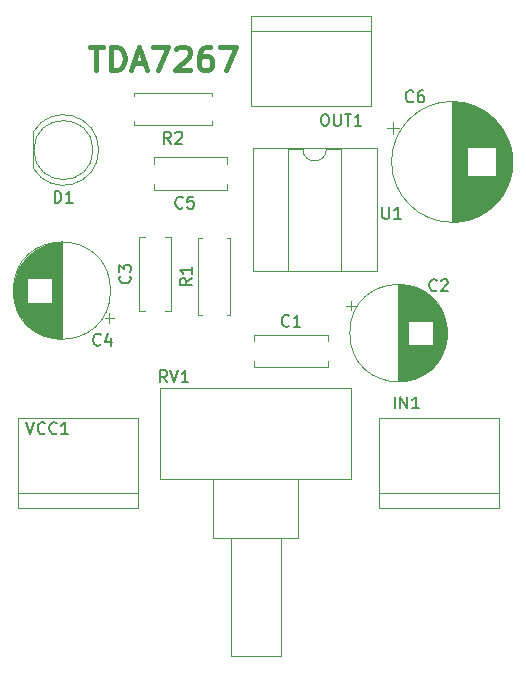
<source format=gbr>
%TF.GenerationSoftware,KiCad,Pcbnew,9.0.4*%
%TF.CreationDate,2025-08-28T09:55:45+02:00*%
%TF.ProjectId,TDA7267,54444137-3236-4372-9e6b-696361645f70,rev?*%
%TF.SameCoordinates,Original*%
%TF.FileFunction,Legend,Top*%
%TF.FilePolarity,Positive*%
%FSLAX46Y46*%
G04 Gerber Fmt 4.6, Leading zero omitted, Abs format (unit mm)*
G04 Created by KiCad (PCBNEW 9.0.4) date 2025-08-28 09:55:45*
%MOMM*%
%LPD*%
G01*
G04 APERTURE LIST*
%ADD10C,0.400000*%
%ADD11C,0.150000*%
%ADD12C,0.120000*%
G04 APERTURE END LIST*
D10*
X135953633Y-79734438D02*
X137096490Y-79734438D01*
X136525061Y-81734438D02*
X136525061Y-79734438D01*
X137763157Y-81734438D02*
X137763157Y-79734438D01*
X137763157Y-79734438D02*
X138239347Y-79734438D01*
X138239347Y-79734438D02*
X138525062Y-79829676D01*
X138525062Y-79829676D02*
X138715538Y-80020152D01*
X138715538Y-80020152D02*
X138810776Y-80210628D01*
X138810776Y-80210628D02*
X138906014Y-80591580D01*
X138906014Y-80591580D02*
X138906014Y-80877295D01*
X138906014Y-80877295D02*
X138810776Y-81258247D01*
X138810776Y-81258247D02*
X138715538Y-81448723D01*
X138715538Y-81448723D02*
X138525062Y-81639200D01*
X138525062Y-81639200D02*
X138239347Y-81734438D01*
X138239347Y-81734438D02*
X137763157Y-81734438D01*
X139667919Y-81163009D02*
X140620300Y-81163009D01*
X139477443Y-81734438D02*
X140144109Y-79734438D01*
X140144109Y-79734438D02*
X140810776Y-81734438D01*
X141286967Y-79734438D02*
X142620300Y-79734438D01*
X142620300Y-79734438D02*
X141763157Y-81734438D01*
X143286967Y-79924914D02*
X143382205Y-79829676D01*
X143382205Y-79829676D02*
X143572681Y-79734438D01*
X143572681Y-79734438D02*
X144048872Y-79734438D01*
X144048872Y-79734438D02*
X144239348Y-79829676D01*
X144239348Y-79829676D02*
X144334586Y-79924914D01*
X144334586Y-79924914D02*
X144429824Y-80115390D01*
X144429824Y-80115390D02*
X144429824Y-80305866D01*
X144429824Y-80305866D02*
X144334586Y-80591580D01*
X144334586Y-80591580D02*
X143191729Y-81734438D01*
X143191729Y-81734438D02*
X144429824Y-81734438D01*
X146144110Y-79734438D02*
X145763157Y-79734438D01*
X145763157Y-79734438D02*
X145572681Y-79829676D01*
X145572681Y-79829676D02*
X145477443Y-79924914D01*
X145477443Y-79924914D02*
X145286967Y-80210628D01*
X145286967Y-80210628D02*
X145191729Y-80591580D01*
X145191729Y-80591580D02*
X145191729Y-81353485D01*
X145191729Y-81353485D02*
X145286967Y-81543961D01*
X145286967Y-81543961D02*
X145382205Y-81639200D01*
X145382205Y-81639200D02*
X145572681Y-81734438D01*
X145572681Y-81734438D02*
X145953634Y-81734438D01*
X145953634Y-81734438D02*
X146144110Y-81639200D01*
X146144110Y-81639200D02*
X146239348Y-81543961D01*
X146239348Y-81543961D02*
X146334586Y-81353485D01*
X146334586Y-81353485D02*
X146334586Y-80877295D01*
X146334586Y-80877295D02*
X146239348Y-80686819D01*
X146239348Y-80686819D02*
X146144110Y-80591580D01*
X146144110Y-80591580D02*
X145953634Y-80496342D01*
X145953634Y-80496342D02*
X145572681Y-80496342D01*
X145572681Y-80496342D02*
X145382205Y-80591580D01*
X145382205Y-80591580D02*
X145286967Y-80686819D01*
X145286967Y-80686819D02*
X145191729Y-80877295D01*
X147001253Y-79734438D02*
X148334586Y-79734438D01*
X148334586Y-79734438D02*
X147477443Y-81734438D01*
D11*
X139359580Y-99166666D02*
X139407200Y-99214285D01*
X139407200Y-99214285D02*
X139454819Y-99357142D01*
X139454819Y-99357142D02*
X139454819Y-99452380D01*
X139454819Y-99452380D02*
X139407200Y-99595237D01*
X139407200Y-99595237D02*
X139311961Y-99690475D01*
X139311961Y-99690475D02*
X139216723Y-99738094D01*
X139216723Y-99738094D02*
X139026247Y-99785713D01*
X139026247Y-99785713D02*
X138883390Y-99785713D01*
X138883390Y-99785713D02*
X138692914Y-99738094D01*
X138692914Y-99738094D02*
X138597676Y-99690475D01*
X138597676Y-99690475D02*
X138502438Y-99595237D01*
X138502438Y-99595237D02*
X138454819Y-99452380D01*
X138454819Y-99452380D02*
X138454819Y-99357142D01*
X138454819Y-99357142D02*
X138502438Y-99214285D01*
X138502438Y-99214285D02*
X138550057Y-99166666D01*
X138454819Y-98833332D02*
X138454819Y-98214285D01*
X138454819Y-98214285D02*
X138835771Y-98547618D01*
X138835771Y-98547618D02*
X138835771Y-98404761D01*
X138835771Y-98404761D02*
X138883390Y-98309523D01*
X138883390Y-98309523D02*
X138931009Y-98261904D01*
X138931009Y-98261904D02*
X139026247Y-98214285D01*
X139026247Y-98214285D02*
X139264342Y-98214285D01*
X139264342Y-98214285D02*
X139359580Y-98261904D01*
X139359580Y-98261904D02*
X139407200Y-98309523D01*
X139407200Y-98309523D02*
X139454819Y-98404761D01*
X139454819Y-98404761D02*
X139454819Y-98690475D01*
X139454819Y-98690475D02*
X139407200Y-98785713D01*
X139407200Y-98785713D02*
X139359580Y-98833332D01*
X161790000Y-110374819D02*
X161790000Y-109374819D01*
X162266190Y-110374819D02*
X162266190Y-109374819D01*
X162266190Y-109374819D02*
X162837618Y-110374819D01*
X162837618Y-110374819D02*
X162837618Y-109374819D01*
X163837618Y-110374819D02*
X163266190Y-110374819D01*
X163551904Y-110374819D02*
X163551904Y-109374819D01*
X163551904Y-109374819D02*
X163456666Y-109517676D01*
X163456666Y-109517676D02*
X163361428Y-109612914D01*
X163361428Y-109612914D02*
X163266190Y-109660533D01*
X144584819Y-99356666D02*
X144108628Y-99689999D01*
X144584819Y-99928094D02*
X143584819Y-99928094D01*
X143584819Y-99928094D02*
X143584819Y-99547142D01*
X143584819Y-99547142D02*
X143632438Y-99451904D01*
X143632438Y-99451904D02*
X143680057Y-99404285D01*
X143680057Y-99404285D02*
X143775295Y-99356666D01*
X143775295Y-99356666D02*
X143918152Y-99356666D01*
X143918152Y-99356666D02*
X144013390Y-99404285D01*
X144013390Y-99404285D02*
X144061009Y-99451904D01*
X144061009Y-99451904D02*
X144108628Y-99547142D01*
X144108628Y-99547142D02*
X144108628Y-99928094D01*
X144584819Y-98404285D02*
X144584819Y-98975713D01*
X144584819Y-98689999D02*
X143584819Y-98689999D01*
X143584819Y-98689999D02*
X143727676Y-98785237D01*
X143727676Y-98785237D02*
X143822914Y-98880475D01*
X143822914Y-98880475D02*
X143870533Y-98975713D01*
X132991905Y-92954819D02*
X132991905Y-91954819D01*
X132991905Y-91954819D02*
X133230000Y-91954819D01*
X133230000Y-91954819D02*
X133372857Y-92002438D01*
X133372857Y-92002438D02*
X133468095Y-92097676D01*
X133468095Y-92097676D02*
X133515714Y-92192914D01*
X133515714Y-92192914D02*
X133563333Y-92383390D01*
X133563333Y-92383390D02*
X133563333Y-92526247D01*
X133563333Y-92526247D02*
X133515714Y-92716723D01*
X133515714Y-92716723D02*
X133468095Y-92811961D01*
X133468095Y-92811961D02*
X133372857Y-92907200D01*
X133372857Y-92907200D02*
X133230000Y-92954819D01*
X133230000Y-92954819D02*
X132991905Y-92954819D01*
X134515714Y-92954819D02*
X133944286Y-92954819D01*
X134230000Y-92954819D02*
X134230000Y-91954819D01*
X134230000Y-91954819D02*
X134134762Y-92097676D01*
X134134762Y-92097676D02*
X134039524Y-92192914D01*
X134039524Y-92192914D02*
X133944286Y-92240533D01*
X155773809Y-85454819D02*
X155964285Y-85454819D01*
X155964285Y-85454819D02*
X156059523Y-85502438D01*
X156059523Y-85502438D02*
X156154761Y-85597676D01*
X156154761Y-85597676D02*
X156202380Y-85788152D01*
X156202380Y-85788152D02*
X156202380Y-86121485D01*
X156202380Y-86121485D02*
X156154761Y-86311961D01*
X156154761Y-86311961D02*
X156059523Y-86407200D01*
X156059523Y-86407200D02*
X155964285Y-86454819D01*
X155964285Y-86454819D02*
X155773809Y-86454819D01*
X155773809Y-86454819D02*
X155678571Y-86407200D01*
X155678571Y-86407200D02*
X155583333Y-86311961D01*
X155583333Y-86311961D02*
X155535714Y-86121485D01*
X155535714Y-86121485D02*
X155535714Y-85788152D01*
X155535714Y-85788152D02*
X155583333Y-85597676D01*
X155583333Y-85597676D02*
X155678571Y-85502438D01*
X155678571Y-85502438D02*
X155773809Y-85454819D01*
X156630952Y-85454819D02*
X156630952Y-86264342D01*
X156630952Y-86264342D02*
X156678571Y-86359580D01*
X156678571Y-86359580D02*
X156726190Y-86407200D01*
X156726190Y-86407200D02*
X156821428Y-86454819D01*
X156821428Y-86454819D02*
X157011904Y-86454819D01*
X157011904Y-86454819D02*
X157107142Y-86407200D01*
X157107142Y-86407200D02*
X157154761Y-86359580D01*
X157154761Y-86359580D02*
X157202380Y-86264342D01*
X157202380Y-86264342D02*
X157202380Y-85454819D01*
X157535714Y-85454819D02*
X158107142Y-85454819D01*
X157821428Y-86454819D02*
X157821428Y-85454819D01*
X158964285Y-86454819D02*
X158392857Y-86454819D01*
X158678571Y-86454819D02*
X158678571Y-85454819D01*
X158678571Y-85454819D02*
X158583333Y-85597676D01*
X158583333Y-85597676D02*
X158488095Y-85692914D01*
X158488095Y-85692914D02*
X158392857Y-85740533D01*
X143833333Y-93359580D02*
X143785714Y-93407200D01*
X143785714Y-93407200D02*
X143642857Y-93454819D01*
X143642857Y-93454819D02*
X143547619Y-93454819D01*
X143547619Y-93454819D02*
X143404762Y-93407200D01*
X143404762Y-93407200D02*
X143309524Y-93311961D01*
X143309524Y-93311961D02*
X143261905Y-93216723D01*
X143261905Y-93216723D02*
X143214286Y-93026247D01*
X143214286Y-93026247D02*
X143214286Y-92883390D01*
X143214286Y-92883390D02*
X143261905Y-92692914D01*
X143261905Y-92692914D02*
X143309524Y-92597676D01*
X143309524Y-92597676D02*
X143404762Y-92502438D01*
X143404762Y-92502438D02*
X143547619Y-92454819D01*
X143547619Y-92454819D02*
X143642857Y-92454819D01*
X143642857Y-92454819D02*
X143785714Y-92502438D01*
X143785714Y-92502438D02*
X143833333Y-92550057D01*
X144738095Y-92454819D02*
X144261905Y-92454819D01*
X144261905Y-92454819D02*
X144214286Y-92931009D01*
X144214286Y-92931009D02*
X144261905Y-92883390D01*
X144261905Y-92883390D02*
X144357143Y-92835771D01*
X144357143Y-92835771D02*
X144595238Y-92835771D01*
X144595238Y-92835771D02*
X144690476Y-92883390D01*
X144690476Y-92883390D02*
X144738095Y-92931009D01*
X144738095Y-92931009D02*
X144785714Y-93026247D01*
X144785714Y-93026247D02*
X144785714Y-93264342D01*
X144785714Y-93264342D02*
X144738095Y-93359580D01*
X144738095Y-93359580D02*
X144690476Y-93407200D01*
X144690476Y-93407200D02*
X144595238Y-93454819D01*
X144595238Y-93454819D02*
X144357143Y-93454819D01*
X144357143Y-93454819D02*
X144261905Y-93407200D01*
X144261905Y-93407200D02*
X144214286Y-93359580D01*
X152833333Y-103359580D02*
X152785714Y-103407200D01*
X152785714Y-103407200D02*
X152642857Y-103454819D01*
X152642857Y-103454819D02*
X152547619Y-103454819D01*
X152547619Y-103454819D02*
X152404762Y-103407200D01*
X152404762Y-103407200D02*
X152309524Y-103311961D01*
X152309524Y-103311961D02*
X152261905Y-103216723D01*
X152261905Y-103216723D02*
X152214286Y-103026247D01*
X152214286Y-103026247D02*
X152214286Y-102883390D01*
X152214286Y-102883390D02*
X152261905Y-102692914D01*
X152261905Y-102692914D02*
X152309524Y-102597676D01*
X152309524Y-102597676D02*
X152404762Y-102502438D01*
X152404762Y-102502438D02*
X152547619Y-102454819D01*
X152547619Y-102454819D02*
X152642857Y-102454819D01*
X152642857Y-102454819D02*
X152785714Y-102502438D01*
X152785714Y-102502438D02*
X152833333Y-102550057D01*
X153785714Y-103454819D02*
X153214286Y-103454819D01*
X153500000Y-103454819D02*
X153500000Y-102454819D01*
X153500000Y-102454819D02*
X153404762Y-102597676D01*
X153404762Y-102597676D02*
X153309524Y-102692914D01*
X153309524Y-102692914D02*
X153214286Y-102740533D01*
X160738095Y-93324819D02*
X160738095Y-94134342D01*
X160738095Y-94134342D02*
X160785714Y-94229580D01*
X160785714Y-94229580D02*
X160833333Y-94277200D01*
X160833333Y-94277200D02*
X160928571Y-94324819D01*
X160928571Y-94324819D02*
X161119047Y-94324819D01*
X161119047Y-94324819D02*
X161214285Y-94277200D01*
X161214285Y-94277200D02*
X161261904Y-94229580D01*
X161261904Y-94229580D02*
X161309523Y-94134342D01*
X161309523Y-94134342D02*
X161309523Y-93324819D01*
X162309523Y-94324819D02*
X161738095Y-94324819D01*
X162023809Y-94324819D02*
X162023809Y-93324819D01*
X162023809Y-93324819D02*
X161928571Y-93467676D01*
X161928571Y-93467676D02*
X161833333Y-93562914D01*
X161833333Y-93562914D02*
X161738095Y-93610533D01*
X142833333Y-87954819D02*
X142500000Y-87478628D01*
X142261905Y-87954819D02*
X142261905Y-86954819D01*
X142261905Y-86954819D02*
X142642857Y-86954819D01*
X142642857Y-86954819D02*
X142738095Y-87002438D01*
X142738095Y-87002438D02*
X142785714Y-87050057D01*
X142785714Y-87050057D02*
X142833333Y-87145295D01*
X142833333Y-87145295D02*
X142833333Y-87288152D01*
X142833333Y-87288152D02*
X142785714Y-87383390D01*
X142785714Y-87383390D02*
X142738095Y-87431009D01*
X142738095Y-87431009D02*
X142642857Y-87478628D01*
X142642857Y-87478628D02*
X142261905Y-87478628D01*
X143214286Y-87050057D02*
X143261905Y-87002438D01*
X143261905Y-87002438D02*
X143357143Y-86954819D01*
X143357143Y-86954819D02*
X143595238Y-86954819D01*
X143595238Y-86954819D02*
X143690476Y-87002438D01*
X143690476Y-87002438D02*
X143738095Y-87050057D01*
X143738095Y-87050057D02*
X143785714Y-87145295D01*
X143785714Y-87145295D02*
X143785714Y-87240533D01*
X143785714Y-87240533D02*
X143738095Y-87383390D01*
X143738095Y-87383390D02*
X143166667Y-87954819D01*
X143166667Y-87954819D02*
X143785714Y-87954819D01*
X130590476Y-111554819D02*
X130923809Y-112554819D01*
X130923809Y-112554819D02*
X131257142Y-111554819D01*
X132161904Y-112459580D02*
X132114285Y-112507200D01*
X132114285Y-112507200D02*
X131971428Y-112554819D01*
X131971428Y-112554819D02*
X131876190Y-112554819D01*
X131876190Y-112554819D02*
X131733333Y-112507200D01*
X131733333Y-112507200D02*
X131638095Y-112411961D01*
X131638095Y-112411961D02*
X131590476Y-112316723D01*
X131590476Y-112316723D02*
X131542857Y-112126247D01*
X131542857Y-112126247D02*
X131542857Y-111983390D01*
X131542857Y-111983390D02*
X131590476Y-111792914D01*
X131590476Y-111792914D02*
X131638095Y-111697676D01*
X131638095Y-111697676D02*
X131733333Y-111602438D01*
X131733333Y-111602438D02*
X131876190Y-111554819D01*
X131876190Y-111554819D02*
X131971428Y-111554819D01*
X131971428Y-111554819D02*
X132114285Y-111602438D01*
X132114285Y-111602438D02*
X132161904Y-111650057D01*
X133161904Y-112459580D02*
X133114285Y-112507200D01*
X133114285Y-112507200D02*
X132971428Y-112554819D01*
X132971428Y-112554819D02*
X132876190Y-112554819D01*
X132876190Y-112554819D02*
X132733333Y-112507200D01*
X132733333Y-112507200D02*
X132638095Y-112411961D01*
X132638095Y-112411961D02*
X132590476Y-112316723D01*
X132590476Y-112316723D02*
X132542857Y-112126247D01*
X132542857Y-112126247D02*
X132542857Y-111983390D01*
X132542857Y-111983390D02*
X132590476Y-111792914D01*
X132590476Y-111792914D02*
X132638095Y-111697676D01*
X132638095Y-111697676D02*
X132733333Y-111602438D01*
X132733333Y-111602438D02*
X132876190Y-111554819D01*
X132876190Y-111554819D02*
X132971428Y-111554819D01*
X132971428Y-111554819D02*
X133114285Y-111602438D01*
X133114285Y-111602438D02*
X133161904Y-111650057D01*
X134114285Y-112554819D02*
X133542857Y-112554819D01*
X133828571Y-112554819D02*
X133828571Y-111554819D01*
X133828571Y-111554819D02*
X133733333Y-111697676D01*
X133733333Y-111697676D02*
X133638095Y-111792914D01*
X133638095Y-111792914D02*
X133542857Y-111840533D01*
X165333333Y-100359580D02*
X165285714Y-100407200D01*
X165285714Y-100407200D02*
X165142857Y-100454819D01*
X165142857Y-100454819D02*
X165047619Y-100454819D01*
X165047619Y-100454819D02*
X164904762Y-100407200D01*
X164904762Y-100407200D02*
X164809524Y-100311961D01*
X164809524Y-100311961D02*
X164761905Y-100216723D01*
X164761905Y-100216723D02*
X164714286Y-100026247D01*
X164714286Y-100026247D02*
X164714286Y-99883390D01*
X164714286Y-99883390D02*
X164761905Y-99692914D01*
X164761905Y-99692914D02*
X164809524Y-99597676D01*
X164809524Y-99597676D02*
X164904762Y-99502438D01*
X164904762Y-99502438D02*
X165047619Y-99454819D01*
X165047619Y-99454819D02*
X165142857Y-99454819D01*
X165142857Y-99454819D02*
X165285714Y-99502438D01*
X165285714Y-99502438D02*
X165333333Y-99550057D01*
X165714286Y-99550057D02*
X165761905Y-99502438D01*
X165761905Y-99502438D02*
X165857143Y-99454819D01*
X165857143Y-99454819D02*
X166095238Y-99454819D01*
X166095238Y-99454819D02*
X166190476Y-99502438D01*
X166190476Y-99502438D02*
X166238095Y-99550057D01*
X166238095Y-99550057D02*
X166285714Y-99645295D01*
X166285714Y-99645295D02*
X166285714Y-99740533D01*
X166285714Y-99740533D02*
X166238095Y-99883390D01*
X166238095Y-99883390D02*
X165666667Y-100454819D01*
X165666667Y-100454819D02*
X166285714Y-100454819D01*
X163333333Y-84359580D02*
X163285714Y-84407200D01*
X163285714Y-84407200D02*
X163142857Y-84454819D01*
X163142857Y-84454819D02*
X163047619Y-84454819D01*
X163047619Y-84454819D02*
X162904762Y-84407200D01*
X162904762Y-84407200D02*
X162809524Y-84311961D01*
X162809524Y-84311961D02*
X162761905Y-84216723D01*
X162761905Y-84216723D02*
X162714286Y-84026247D01*
X162714286Y-84026247D02*
X162714286Y-83883390D01*
X162714286Y-83883390D02*
X162761905Y-83692914D01*
X162761905Y-83692914D02*
X162809524Y-83597676D01*
X162809524Y-83597676D02*
X162904762Y-83502438D01*
X162904762Y-83502438D02*
X163047619Y-83454819D01*
X163047619Y-83454819D02*
X163142857Y-83454819D01*
X163142857Y-83454819D02*
X163285714Y-83502438D01*
X163285714Y-83502438D02*
X163333333Y-83550057D01*
X164190476Y-83454819D02*
X164000000Y-83454819D01*
X164000000Y-83454819D02*
X163904762Y-83502438D01*
X163904762Y-83502438D02*
X163857143Y-83550057D01*
X163857143Y-83550057D02*
X163761905Y-83692914D01*
X163761905Y-83692914D02*
X163714286Y-83883390D01*
X163714286Y-83883390D02*
X163714286Y-84264342D01*
X163714286Y-84264342D02*
X163761905Y-84359580D01*
X163761905Y-84359580D02*
X163809524Y-84407200D01*
X163809524Y-84407200D02*
X163904762Y-84454819D01*
X163904762Y-84454819D02*
X164095238Y-84454819D01*
X164095238Y-84454819D02*
X164190476Y-84407200D01*
X164190476Y-84407200D02*
X164238095Y-84359580D01*
X164238095Y-84359580D02*
X164285714Y-84264342D01*
X164285714Y-84264342D02*
X164285714Y-84026247D01*
X164285714Y-84026247D02*
X164238095Y-83931009D01*
X164238095Y-83931009D02*
X164190476Y-83883390D01*
X164190476Y-83883390D02*
X164095238Y-83835771D01*
X164095238Y-83835771D02*
X163904762Y-83835771D01*
X163904762Y-83835771D02*
X163809524Y-83883390D01*
X163809524Y-83883390D02*
X163761905Y-83931009D01*
X163761905Y-83931009D02*
X163714286Y-84026247D01*
X136883333Y-104959580D02*
X136835714Y-105007200D01*
X136835714Y-105007200D02*
X136692857Y-105054819D01*
X136692857Y-105054819D02*
X136597619Y-105054819D01*
X136597619Y-105054819D02*
X136454762Y-105007200D01*
X136454762Y-105007200D02*
X136359524Y-104911961D01*
X136359524Y-104911961D02*
X136311905Y-104816723D01*
X136311905Y-104816723D02*
X136264286Y-104626247D01*
X136264286Y-104626247D02*
X136264286Y-104483390D01*
X136264286Y-104483390D02*
X136311905Y-104292914D01*
X136311905Y-104292914D02*
X136359524Y-104197676D01*
X136359524Y-104197676D02*
X136454762Y-104102438D01*
X136454762Y-104102438D02*
X136597619Y-104054819D01*
X136597619Y-104054819D02*
X136692857Y-104054819D01*
X136692857Y-104054819D02*
X136835714Y-104102438D01*
X136835714Y-104102438D02*
X136883333Y-104150057D01*
X137740476Y-104388152D02*
X137740476Y-105054819D01*
X137502381Y-104007200D02*
X137264286Y-104721485D01*
X137264286Y-104721485D02*
X137883333Y-104721485D01*
X142504761Y-108154819D02*
X142171428Y-107678628D01*
X141933333Y-108154819D02*
X141933333Y-107154819D01*
X141933333Y-107154819D02*
X142314285Y-107154819D01*
X142314285Y-107154819D02*
X142409523Y-107202438D01*
X142409523Y-107202438D02*
X142457142Y-107250057D01*
X142457142Y-107250057D02*
X142504761Y-107345295D01*
X142504761Y-107345295D02*
X142504761Y-107488152D01*
X142504761Y-107488152D02*
X142457142Y-107583390D01*
X142457142Y-107583390D02*
X142409523Y-107631009D01*
X142409523Y-107631009D02*
X142314285Y-107678628D01*
X142314285Y-107678628D02*
X141933333Y-107678628D01*
X142790476Y-107154819D02*
X143123809Y-108154819D01*
X143123809Y-108154819D02*
X143457142Y-107154819D01*
X144314285Y-108154819D02*
X143742857Y-108154819D01*
X144028571Y-108154819D02*
X144028571Y-107154819D01*
X144028571Y-107154819D02*
X143933333Y-107297676D01*
X143933333Y-107297676D02*
X143838095Y-107392914D01*
X143838095Y-107392914D02*
X143742857Y-107440533D01*
D12*
%TO.C,C3*%
X140130000Y-95880000D02*
X140665000Y-95880000D01*
X140130000Y-102120000D02*
X140130000Y-95880000D01*
X140665000Y-102120000D02*
X140130000Y-102120000D01*
X142335000Y-95880000D02*
X142870000Y-95880000D01*
X142870000Y-95880000D02*
X142870000Y-102120000D01*
X142870000Y-102120000D02*
X142335000Y-102120000D01*
%TO.C,IN1*%
X160420000Y-111190000D02*
X160420000Y-118810000D01*
X160420000Y-118810000D02*
X170580000Y-118810000D01*
X170580000Y-111190000D02*
X160420000Y-111190000D01*
X170580000Y-117540000D02*
X160420000Y-117540000D01*
X170580000Y-118810000D02*
X170580000Y-111190000D01*
%TO.C,R1*%
X145130000Y-95920000D02*
X145460000Y-95920000D01*
X145130000Y-102460000D02*
X145130000Y-95920000D01*
X145460000Y-102460000D02*
X145130000Y-102460000D01*
X147540000Y-102460000D02*
X147870000Y-102460000D01*
X147870000Y-95920000D02*
X147540000Y-95920000D01*
X147870000Y-102460000D02*
X147870000Y-95920000D01*
%TO.C,D1*%
X131170000Y-86955000D02*
X131170000Y-90045000D01*
X131170000Y-86955170D02*
G75*
G02*
X136720000Y-88500000I2560000J-1544830D01*
G01*
X136720000Y-88500000D02*
G75*
G02*
X131170000Y-90044830I-2990000J0D01*
G01*
X136230000Y-88500000D02*
G75*
G02*
X131230000Y-88500000I-2500000J0D01*
G01*
X131230000Y-88500000D02*
G75*
G02*
X136230000Y-88500000I2500000J0D01*
G01*
%TO.C,OUT1*%
X149570000Y-77190000D02*
X149570000Y-84810000D01*
X149570000Y-78460000D02*
X159730000Y-78460000D01*
X149570000Y-84810000D02*
X159730000Y-84810000D01*
X159730000Y-77190000D02*
X149570000Y-77190000D01*
X159730000Y-84810000D02*
X159730000Y-77190000D01*
%TO.C,C5*%
X141380000Y-89130000D02*
X147620000Y-89130000D01*
X141380000Y-89665000D02*
X141380000Y-89130000D01*
X141380000Y-91870000D02*
X141380000Y-91335000D01*
X147620000Y-89130000D02*
X147620000Y-89665000D01*
X147620000Y-91335000D02*
X147620000Y-91870000D01*
X147620000Y-91870000D02*
X141380000Y-91870000D01*
%TO.C,C1*%
X149880000Y-104130000D02*
X156120000Y-104130000D01*
X149880000Y-104665000D02*
X149880000Y-104130000D01*
X149880000Y-106870000D02*
X149880000Y-106335000D01*
X156120000Y-104130000D02*
X156120000Y-104665000D01*
X156120000Y-106335000D02*
X156120000Y-106870000D01*
X156120000Y-106870000D02*
X149880000Y-106870000D01*
%TO.C,U1*%
X152750000Y-88420000D02*
X152750000Y-98700000D01*
X152750000Y-98700000D02*
X157250000Y-98700000D01*
X154000000Y-88420000D02*
X152750000Y-88420000D01*
X157250000Y-88420000D02*
X156000000Y-88420000D01*
X157250000Y-98700000D02*
X157250000Y-88420000D01*
X149750000Y-88360000D02*
X160250000Y-88360000D01*
X160250000Y-98760000D01*
X149750000Y-98760000D01*
X149750000Y-88360000D01*
X156000000Y-88420000D02*
G75*
G02*
X154000000Y-88420000I-1000000J0D01*
G01*
%TO.C,R2*%
X139730000Y-83630000D02*
X146270000Y-83630000D01*
X139730000Y-83960000D02*
X139730000Y-83630000D01*
X139730000Y-86040000D02*
X139730000Y-86370000D01*
X139730000Y-86370000D02*
X146270000Y-86370000D01*
X146270000Y-83630000D02*
X146270000Y-83960000D01*
X146270000Y-86370000D02*
X146270000Y-86040000D01*
%TO.C,VCC1*%
X129880000Y-111190000D02*
X129880000Y-118810000D01*
X129880000Y-118810000D02*
X140040000Y-118810000D01*
X140040000Y-111190000D02*
X129880000Y-111190000D01*
X140040000Y-117540000D02*
X129880000Y-117540000D01*
X140040000Y-118810000D02*
X140040000Y-111190000D01*
%TO.C,C2*%
X157687651Y-101685000D02*
X158487651Y-101685000D01*
X158087651Y-101285000D02*
X158087651Y-102085000D01*
X162097349Y-99920000D02*
X162097349Y-108080000D01*
X162137349Y-99920000D02*
X162137349Y-108080000D01*
X162177349Y-99921000D02*
X162177349Y-108079000D01*
X162217349Y-99922000D02*
X162217349Y-108078000D01*
X162257349Y-99923000D02*
X162257349Y-108077000D01*
X162297349Y-99925000D02*
X162297349Y-108075000D01*
X162337349Y-99927000D02*
X162337349Y-108073000D01*
X162377349Y-99930000D02*
X162377349Y-108070000D01*
X162417349Y-99932000D02*
X162417349Y-108068000D01*
X162457349Y-99936000D02*
X162457349Y-108064000D01*
X162497349Y-99939000D02*
X162497349Y-108061000D01*
X162537349Y-99944000D02*
X162537349Y-108056000D01*
X162577349Y-99948000D02*
X162577349Y-108052000D01*
X162617349Y-99953000D02*
X162617349Y-108047000D01*
X162657349Y-99958000D02*
X162657349Y-108042000D01*
X162697349Y-99964000D02*
X162697349Y-108036000D01*
X162737349Y-99970000D02*
X162737349Y-108030000D01*
X162777349Y-99977000D02*
X162777349Y-108023000D01*
X162817349Y-99983000D02*
X162817349Y-108017000D01*
X162857349Y-99991000D02*
X162857349Y-108009000D01*
X162897349Y-99998000D02*
X162897349Y-108002000D01*
X162937349Y-100007000D02*
X162937349Y-107993000D01*
X162977349Y-100015000D02*
X162977349Y-102960000D01*
X162977349Y-105040000D02*
X162977349Y-107985000D01*
X163017349Y-100024000D02*
X163017349Y-102960000D01*
X163017349Y-105040000D02*
X163017349Y-107976000D01*
X163057349Y-100033000D02*
X163057349Y-102960000D01*
X163057349Y-105040000D02*
X163057349Y-107967000D01*
X163097349Y-100043000D02*
X163097349Y-102960000D01*
X163097349Y-105040000D02*
X163097349Y-107957000D01*
X163137349Y-100053000D02*
X163137349Y-102960000D01*
X163137349Y-105040000D02*
X163137349Y-107947000D01*
X163177349Y-100064000D02*
X163177349Y-102960000D01*
X163177349Y-105040000D02*
X163177349Y-107936000D01*
X163217349Y-100075000D02*
X163217349Y-102960000D01*
X163217349Y-105040000D02*
X163217349Y-107925000D01*
X163257349Y-100087000D02*
X163257349Y-102960000D01*
X163257349Y-105040000D02*
X163257349Y-107913000D01*
X163297349Y-100099000D02*
X163297349Y-102960000D01*
X163297349Y-105040000D02*
X163297349Y-107901000D01*
X163337349Y-100111000D02*
X163337349Y-102960000D01*
X163337349Y-105040000D02*
X163337349Y-107889000D01*
X163377349Y-100124000D02*
X163377349Y-102960000D01*
X163377349Y-105040000D02*
X163377349Y-107876000D01*
X163417349Y-100137000D02*
X163417349Y-102960000D01*
X163417349Y-105040000D02*
X163417349Y-107863000D01*
X163457349Y-100151000D02*
X163457349Y-102960000D01*
X163457349Y-105040000D02*
X163457349Y-107849000D01*
X163497349Y-100165000D02*
X163497349Y-102960000D01*
X163497349Y-105040000D02*
X163497349Y-107835000D01*
X163537349Y-100180000D02*
X163537349Y-102960000D01*
X163537349Y-105040000D02*
X163537349Y-107820000D01*
X163577349Y-100195000D02*
X163577349Y-102960000D01*
X163577349Y-105040000D02*
X163577349Y-107805000D01*
X163617349Y-100211000D02*
X163617349Y-102960000D01*
X163617349Y-105040000D02*
X163617349Y-107789000D01*
X163657349Y-100227000D02*
X163657349Y-102960000D01*
X163657349Y-105040000D02*
X163657349Y-107773000D01*
X163697349Y-100243000D02*
X163697349Y-102960000D01*
X163697349Y-105040000D02*
X163697349Y-107757000D01*
X163737349Y-100260000D02*
X163737349Y-102960000D01*
X163737349Y-105040000D02*
X163737349Y-107740000D01*
X163777349Y-100278000D02*
X163777349Y-102960000D01*
X163777349Y-105040000D02*
X163777349Y-107722000D01*
X163817349Y-100296000D02*
X163817349Y-102960000D01*
X163817349Y-105040000D02*
X163817349Y-107704000D01*
X163857349Y-100315000D02*
X163857349Y-102960000D01*
X163857349Y-105040000D02*
X163857349Y-107685000D01*
X163897349Y-100334000D02*
X163897349Y-102960000D01*
X163897349Y-105040000D02*
X163897349Y-107666000D01*
X163937349Y-100354000D02*
X163937349Y-102960000D01*
X163937349Y-105040000D02*
X163937349Y-107646000D01*
X163977349Y-100374000D02*
X163977349Y-102960000D01*
X163977349Y-105040000D02*
X163977349Y-107626000D01*
X164017349Y-100395000D02*
X164017349Y-102960000D01*
X164017349Y-105040000D02*
X164017349Y-107605000D01*
X164057349Y-100416000D02*
X164057349Y-102960000D01*
X164057349Y-105040000D02*
X164057349Y-107584000D01*
X164097349Y-100438000D02*
X164097349Y-102960000D01*
X164097349Y-105040000D02*
X164097349Y-107562000D01*
X164137349Y-100461000D02*
X164137349Y-102960000D01*
X164137349Y-105040000D02*
X164137349Y-107539000D01*
X164177349Y-100484000D02*
X164177349Y-102960000D01*
X164177349Y-105040000D02*
X164177349Y-107516000D01*
X164217349Y-100507000D02*
X164217349Y-102960000D01*
X164217349Y-105040000D02*
X164217349Y-107493000D01*
X164257349Y-100532000D02*
X164257349Y-102960000D01*
X164257349Y-105040000D02*
X164257349Y-107468000D01*
X164297349Y-100557000D02*
X164297349Y-102960000D01*
X164297349Y-105040000D02*
X164297349Y-107443000D01*
X164337349Y-100582000D02*
X164337349Y-102960000D01*
X164337349Y-105040000D02*
X164337349Y-107418000D01*
X164377349Y-100608000D02*
X164377349Y-102960000D01*
X164377349Y-105040000D02*
X164377349Y-107392000D01*
X164417349Y-100635000D02*
X164417349Y-102960000D01*
X164417349Y-105040000D02*
X164417349Y-107365000D01*
X164457349Y-100663000D02*
X164457349Y-102960000D01*
X164457349Y-105040000D02*
X164457349Y-107337000D01*
X164497349Y-100691000D02*
X164497349Y-102960000D01*
X164497349Y-105040000D02*
X164497349Y-107309000D01*
X164537349Y-100720000D02*
X164537349Y-102960000D01*
X164537349Y-105040000D02*
X164537349Y-107280000D01*
X164577349Y-100750000D02*
X164577349Y-102960000D01*
X164577349Y-105040000D02*
X164577349Y-107250000D01*
X164617349Y-100781000D02*
X164617349Y-102960000D01*
X164617349Y-105040000D02*
X164617349Y-107219000D01*
X164657349Y-100812000D02*
X164657349Y-102960000D01*
X164657349Y-105040000D02*
X164657349Y-107188000D01*
X164697349Y-100844000D02*
X164697349Y-102960000D01*
X164697349Y-105040000D02*
X164697349Y-107156000D01*
X164737349Y-100877000D02*
X164737349Y-102960000D01*
X164737349Y-105040000D02*
X164737349Y-107123000D01*
X164777349Y-100911000D02*
X164777349Y-102960000D01*
X164777349Y-105040000D02*
X164777349Y-107089000D01*
X164817349Y-100945000D02*
X164817349Y-102960000D01*
X164817349Y-105040000D02*
X164817349Y-107055000D01*
X164857349Y-100981000D02*
X164857349Y-102960000D01*
X164857349Y-105040000D02*
X164857349Y-107019000D01*
X164897349Y-101018000D02*
X164897349Y-102960000D01*
X164897349Y-105040000D02*
X164897349Y-106982000D01*
X164937349Y-101055000D02*
X164937349Y-102960000D01*
X164937349Y-105040000D02*
X164937349Y-106945000D01*
X164977349Y-101094000D02*
X164977349Y-102960000D01*
X164977349Y-105040000D02*
X164977349Y-106906000D01*
X165017349Y-101133000D02*
X165017349Y-102960000D01*
X165017349Y-105040000D02*
X165017349Y-106867000D01*
X165057349Y-101174000D02*
X165057349Y-106826000D01*
X165097349Y-101216000D02*
X165097349Y-106784000D01*
X165137349Y-101259000D02*
X165137349Y-106741000D01*
X165177349Y-101304000D02*
X165177349Y-106696000D01*
X165217349Y-101349000D02*
X165217349Y-106651000D01*
X165257349Y-101396000D02*
X165257349Y-106604000D01*
X165297349Y-101445000D02*
X165297349Y-106555000D01*
X165337349Y-101495000D02*
X165337349Y-106505000D01*
X165377349Y-101547000D02*
X165377349Y-106453000D01*
X165417349Y-101600000D02*
X165417349Y-106400000D01*
X165457349Y-101656000D02*
X165457349Y-106344000D01*
X165497349Y-101713000D02*
X165497349Y-106287000D01*
X165537349Y-101773000D02*
X165537349Y-106227000D01*
X165577349Y-101835000D02*
X165577349Y-106165000D01*
X165617349Y-101899000D02*
X165617349Y-106101000D01*
X165657349Y-101966000D02*
X165657349Y-106034000D01*
X165697349Y-102036000D02*
X165697349Y-105964000D01*
X165737349Y-102110000D02*
X165737349Y-105890000D01*
X165777349Y-102187000D02*
X165777349Y-105813000D01*
X165817349Y-102269000D02*
X165817349Y-105731000D01*
X165857349Y-102356000D02*
X165857349Y-105644000D01*
X165897349Y-102448000D02*
X165897349Y-105552000D01*
X165937349Y-102547000D02*
X165937349Y-105453000D01*
X165977349Y-102654000D02*
X165977349Y-105346000D01*
X166017349Y-102772000D02*
X166017349Y-105228000D01*
X166057349Y-102903000D02*
X166057349Y-105097000D01*
X166097349Y-103053000D02*
X166097349Y-104947000D01*
X166137349Y-103232000D02*
X166137349Y-104768000D01*
X166177349Y-103467000D02*
X166177349Y-104533000D01*
X166217349Y-104000000D02*
G75*
G02*
X157977349Y-104000000I-4120000J0D01*
G01*
X157977349Y-104000000D02*
G75*
G02*
X166217349Y-104000000I4120000J0D01*
G01*
%TO.C,C6*%
X161152677Y-86625000D02*
X162152677Y-86625000D01*
X161652677Y-86125000D02*
X161652677Y-87125000D01*
X166632323Y-84420000D02*
X166632323Y-94580000D01*
X166672323Y-84420000D02*
X166672323Y-94580000D01*
X166712323Y-84421000D02*
X166712323Y-94579000D01*
X166752323Y-84421000D02*
X166752323Y-94579000D01*
X166792323Y-84423000D02*
X166792323Y-94577000D01*
X166832323Y-84424000D02*
X166832323Y-94576000D01*
X166872323Y-84426000D02*
X166872323Y-94574000D01*
X166912323Y-84428000D02*
X166912323Y-94572000D01*
X166952323Y-84430000D02*
X166952323Y-94570000D01*
X166992323Y-84433000D02*
X166992323Y-94567000D01*
X167032323Y-84436000D02*
X167032323Y-94564000D01*
X167072323Y-84439000D02*
X167072323Y-94561000D01*
X167112323Y-84443000D02*
X167112323Y-94557000D01*
X167152323Y-84446000D02*
X167152323Y-94554000D01*
X167192323Y-84451000D02*
X167192323Y-94549000D01*
X167232323Y-84455000D02*
X167232323Y-94545000D01*
X167272323Y-84460000D02*
X167272323Y-94540000D01*
X167312323Y-84465000D02*
X167312323Y-94535000D01*
X167352323Y-84471000D02*
X167352323Y-94529000D01*
X167392323Y-84477000D02*
X167392323Y-94523000D01*
X167432323Y-84483000D02*
X167432323Y-94517000D01*
X167472323Y-84489000D02*
X167472323Y-94511000D01*
X167512323Y-84496000D02*
X167512323Y-94504000D01*
X167552323Y-84503000D02*
X167552323Y-94497000D01*
X167592323Y-84511000D02*
X167592323Y-94489000D01*
X167632323Y-84519000D02*
X167632323Y-94481000D01*
X167672323Y-84527000D02*
X167672323Y-94473000D01*
X167712323Y-84535000D02*
X167712323Y-94465000D01*
X167752323Y-84544000D02*
X167752323Y-94456000D01*
X167792323Y-84553000D02*
X167792323Y-94447000D01*
X167832323Y-84563000D02*
X167832323Y-94437000D01*
X167872323Y-84572000D02*
X167872323Y-94428000D01*
X167912323Y-84583000D02*
X167912323Y-88260000D01*
X167912323Y-90740000D02*
X167912323Y-94417000D01*
X167952323Y-84593000D02*
X167952323Y-88260000D01*
X167952323Y-90740000D02*
X167952323Y-94407000D01*
X167992323Y-84604000D02*
X167992323Y-88260000D01*
X167992323Y-90740000D02*
X167992323Y-94396000D01*
X168032323Y-84615000D02*
X168032323Y-88260000D01*
X168032323Y-90740000D02*
X168032323Y-94385000D01*
X168072323Y-84627000D02*
X168072323Y-88260000D01*
X168072323Y-90740000D02*
X168072323Y-94373000D01*
X168112323Y-84639000D02*
X168112323Y-88260000D01*
X168112323Y-90740000D02*
X168112323Y-94361000D01*
X168152323Y-84651000D02*
X168152323Y-88260000D01*
X168152323Y-90740000D02*
X168152323Y-94349000D01*
X168192323Y-84663000D02*
X168192323Y-88260000D01*
X168192323Y-90740000D02*
X168192323Y-94337000D01*
X168232323Y-84676000D02*
X168232323Y-88260000D01*
X168232323Y-90740000D02*
X168232323Y-94324000D01*
X168272323Y-84690000D02*
X168272323Y-88260000D01*
X168272323Y-90740000D02*
X168272323Y-94310000D01*
X168312323Y-84703000D02*
X168312323Y-88260000D01*
X168312323Y-90740000D02*
X168312323Y-94297000D01*
X168352323Y-84718000D02*
X168352323Y-88260000D01*
X168352323Y-90740000D02*
X168352323Y-94282000D01*
X168392323Y-84732000D02*
X168392323Y-88260000D01*
X168392323Y-90740000D02*
X168392323Y-94268000D01*
X168432323Y-84747000D02*
X168432323Y-88260000D01*
X168432323Y-90740000D02*
X168432323Y-94253000D01*
X168472323Y-84762000D02*
X168472323Y-88260000D01*
X168472323Y-90740000D02*
X168472323Y-94238000D01*
X168512323Y-84778000D02*
X168512323Y-88260000D01*
X168512323Y-90740000D02*
X168512323Y-94222000D01*
X168552323Y-84794000D02*
X168552323Y-88260000D01*
X168552323Y-90740000D02*
X168552323Y-94206000D01*
X168592323Y-84810000D02*
X168592323Y-88260000D01*
X168592323Y-90740000D02*
X168592323Y-94190000D01*
X168632323Y-84827000D02*
X168632323Y-88260000D01*
X168632323Y-90740000D02*
X168632323Y-94173000D01*
X168672323Y-84844000D02*
X168672323Y-88260000D01*
X168672323Y-90740000D02*
X168672323Y-94156000D01*
X168712323Y-84862000D02*
X168712323Y-88260000D01*
X168712323Y-90740000D02*
X168712323Y-94138000D01*
X168752323Y-84880000D02*
X168752323Y-88260000D01*
X168752323Y-90740000D02*
X168752323Y-94120000D01*
X168792323Y-84898000D02*
X168792323Y-88260000D01*
X168792323Y-90740000D02*
X168792323Y-94102000D01*
X168832323Y-84917000D02*
X168832323Y-88260000D01*
X168832323Y-90740000D02*
X168832323Y-94083000D01*
X168872323Y-84936000D02*
X168872323Y-88260000D01*
X168872323Y-90740000D02*
X168872323Y-94064000D01*
X168912323Y-84956000D02*
X168912323Y-88260000D01*
X168912323Y-90740000D02*
X168912323Y-94044000D01*
X168952323Y-84976000D02*
X168952323Y-88260000D01*
X168952323Y-90740000D02*
X168952323Y-94024000D01*
X168992323Y-84996000D02*
X168992323Y-88260000D01*
X168992323Y-90740000D02*
X168992323Y-94004000D01*
X169032323Y-85017000D02*
X169032323Y-88260000D01*
X169032323Y-90740000D02*
X169032323Y-93983000D01*
X169072323Y-85039000D02*
X169072323Y-88260000D01*
X169072323Y-90740000D02*
X169072323Y-93961000D01*
X169112323Y-85061000D02*
X169112323Y-88260000D01*
X169112323Y-90740000D02*
X169112323Y-93939000D01*
X169152323Y-85083000D02*
X169152323Y-88260000D01*
X169152323Y-90740000D02*
X169152323Y-93917000D01*
X169192323Y-85106000D02*
X169192323Y-88260000D01*
X169192323Y-90740000D02*
X169192323Y-93894000D01*
X169232323Y-85129000D02*
X169232323Y-88260000D01*
X169232323Y-90740000D02*
X169232323Y-93871000D01*
X169272323Y-85153000D02*
X169272323Y-88260000D01*
X169272323Y-90740000D02*
X169272323Y-93847000D01*
X169312323Y-85177000D02*
X169312323Y-88260000D01*
X169312323Y-90740000D02*
X169312323Y-93823000D01*
X169352323Y-85202000D02*
X169352323Y-88260000D01*
X169352323Y-90740000D02*
X169352323Y-93798000D01*
X169392323Y-85228000D02*
X169392323Y-88260000D01*
X169392323Y-90740000D02*
X169392323Y-93772000D01*
X169432323Y-85253000D02*
X169432323Y-88260000D01*
X169432323Y-90740000D02*
X169432323Y-93747000D01*
X169472323Y-85280000D02*
X169472323Y-88260000D01*
X169472323Y-90740000D02*
X169472323Y-93720000D01*
X169512323Y-85307000D02*
X169512323Y-88260000D01*
X169512323Y-90740000D02*
X169512323Y-93693000D01*
X169552323Y-85334000D02*
X169552323Y-88260000D01*
X169552323Y-90740000D02*
X169552323Y-93666000D01*
X169592323Y-85362000D02*
X169592323Y-88260000D01*
X169592323Y-90740000D02*
X169592323Y-93638000D01*
X169632323Y-85391000D02*
X169632323Y-88260000D01*
X169632323Y-90740000D02*
X169632323Y-93609000D01*
X169672323Y-85420000D02*
X169672323Y-88260000D01*
X169672323Y-90740000D02*
X169672323Y-93580000D01*
X169712323Y-85450000D02*
X169712323Y-88260000D01*
X169712323Y-90740000D02*
X169712323Y-93550000D01*
X169752323Y-85480000D02*
X169752323Y-88260000D01*
X169752323Y-90740000D02*
X169752323Y-93520000D01*
X169792323Y-85512000D02*
X169792323Y-88260000D01*
X169792323Y-90740000D02*
X169792323Y-93488000D01*
X169832323Y-85543000D02*
X169832323Y-88260000D01*
X169832323Y-90740000D02*
X169832323Y-93457000D01*
X169872323Y-85576000D02*
X169872323Y-88260000D01*
X169872323Y-90740000D02*
X169872323Y-93424000D01*
X169912323Y-85609000D02*
X169912323Y-88260000D01*
X169912323Y-90740000D02*
X169912323Y-93391000D01*
X169952323Y-85642000D02*
X169952323Y-88260000D01*
X169952323Y-90740000D02*
X169952323Y-93358000D01*
X169992323Y-85677000D02*
X169992323Y-88260000D01*
X169992323Y-90740000D02*
X169992323Y-93323000D01*
X170032323Y-85712000D02*
X170032323Y-88260000D01*
X170032323Y-90740000D02*
X170032323Y-93288000D01*
X170072323Y-85748000D02*
X170072323Y-88260000D01*
X170072323Y-90740000D02*
X170072323Y-93252000D01*
X170112323Y-85784000D02*
X170112323Y-88260000D01*
X170112323Y-90740000D02*
X170112323Y-93216000D01*
X170152323Y-85822000D02*
X170152323Y-88260000D01*
X170152323Y-90740000D02*
X170152323Y-93178000D01*
X170192323Y-85860000D02*
X170192323Y-88260000D01*
X170192323Y-90740000D02*
X170192323Y-93140000D01*
X170232323Y-85899000D02*
X170232323Y-88260000D01*
X170232323Y-90740000D02*
X170232323Y-93101000D01*
X170272323Y-85939000D02*
X170272323Y-88260000D01*
X170272323Y-90740000D02*
X170272323Y-93061000D01*
X170312323Y-85980000D02*
X170312323Y-88260000D01*
X170312323Y-90740000D02*
X170312323Y-93020000D01*
X170352323Y-86022000D02*
X170352323Y-88260000D01*
X170352323Y-90740000D02*
X170352323Y-92978000D01*
X170392323Y-86065000D02*
X170392323Y-92935000D01*
X170432323Y-86109000D02*
X170432323Y-92891000D01*
X170472323Y-86153000D02*
X170472323Y-92847000D01*
X170512323Y-86199000D02*
X170512323Y-92801000D01*
X170552323Y-86246000D02*
X170552323Y-92754000D01*
X170592323Y-86295000D02*
X170592323Y-92705000D01*
X170632323Y-86344000D02*
X170632323Y-92656000D01*
X170672323Y-86395000D02*
X170672323Y-92605000D01*
X170712323Y-86447000D02*
X170712323Y-92553000D01*
X170752323Y-86500000D02*
X170752323Y-92500000D01*
X170792323Y-86555000D02*
X170792323Y-92445000D01*
X170832323Y-86612000D02*
X170832323Y-92388000D01*
X170872323Y-86670000D02*
X170872323Y-92330000D01*
X170912323Y-86730000D02*
X170912323Y-92270000D01*
X170952323Y-86792000D02*
X170952323Y-92208000D01*
X170992323Y-86856000D02*
X170992323Y-92144000D01*
X171032323Y-86922000D02*
X171032323Y-92078000D01*
X171072323Y-86990000D02*
X171072323Y-92010000D01*
X171112323Y-87061000D02*
X171112323Y-91939000D01*
X171152323Y-87135000D02*
X171152323Y-91865000D01*
X171192323Y-87212000D02*
X171192323Y-91788000D01*
X171232323Y-87292000D02*
X171232323Y-91708000D01*
X171272323Y-87376000D02*
X171272323Y-91624000D01*
X171312323Y-87463000D02*
X171312323Y-91537000D01*
X171352323Y-87556000D02*
X171352323Y-91444000D01*
X171392323Y-87654000D02*
X171392323Y-91346000D01*
X171432323Y-87758000D02*
X171432323Y-91242000D01*
X171472323Y-87870000D02*
X171472323Y-91130000D01*
X171512323Y-87991000D02*
X171512323Y-91009000D01*
X171552323Y-88123000D02*
X171552323Y-90877000D01*
X171592323Y-88270000D02*
X171592323Y-90730000D01*
X171632323Y-88438000D02*
X171632323Y-90562000D01*
X171672323Y-88638000D02*
X171672323Y-90362000D01*
X171712323Y-88901000D02*
X171712323Y-90099000D01*
X171752323Y-89500000D02*
G75*
G02*
X161512323Y-89500000I-5120000J0D01*
G01*
X161512323Y-89500000D02*
G75*
G02*
X171752323Y-89500000I5120000J0D01*
G01*
%TO.C,C4*%
X129520000Y-100933000D02*
X129520000Y-99867000D01*
X129560000Y-101168000D02*
X129560000Y-99632000D01*
X129600000Y-101347000D02*
X129600000Y-99453000D01*
X129640000Y-101497000D02*
X129640000Y-99303000D01*
X129680000Y-101628000D02*
X129680000Y-99172000D01*
X129720000Y-101746000D02*
X129720000Y-99054000D01*
X129760000Y-101853000D02*
X129760000Y-98947000D01*
X129800000Y-101952000D02*
X129800000Y-98848000D01*
X129840000Y-102044000D02*
X129840000Y-98756000D01*
X129880000Y-102131000D02*
X129880000Y-98669000D01*
X129920000Y-102213000D02*
X129920000Y-98587000D01*
X129960000Y-102290000D02*
X129960000Y-98510000D01*
X130000000Y-102364000D02*
X130000000Y-98436000D01*
X130040000Y-102434000D02*
X130040000Y-98366000D01*
X130080000Y-102501000D02*
X130080000Y-98299000D01*
X130120000Y-102565000D02*
X130120000Y-98235000D01*
X130160000Y-102627000D02*
X130160000Y-98173000D01*
X130200000Y-102687000D02*
X130200000Y-98113000D01*
X130240000Y-102744000D02*
X130240000Y-98056000D01*
X130280000Y-102800000D02*
X130280000Y-98000000D01*
X130320000Y-102853000D02*
X130320000Y-97947000D01*
X130360000Y-102905000D02*
X130360000Y-97895000D01*
X130400000Y-102955000D02*
X130400000Y-97845000D01*
X130440000Y-103004000D02*
X130440000Y-97796000D01*
X130480000Y-103051000D02*
X130480000Y-97749000D01*
X130520000Y-103096000D02*
X130520000Y-97704000D01*
X130560000Y-103141000D02*
X130560000Y-97659000D01*
X130600000Y-103184000D02*
X130600000Y-97616000D01*
X130640000Y-103226000D02*
X130640000Y-97574000D01*
X130680000Y-99360000D02*
X130680000Y-97533000D01*
X130680000Y-103267000D02*
X130680000Y-101440000D01*
X130720000Y-99360000D02*
X130720000Y-97494000D01*
X130720000Y-103306000D02*
X130720000Y-101440000D01*
X130760000Y-99360000D02*
X130760000Y-97455000D01*
X130760000Y-103345000D02*
X130760000Y-101440000D01*
X130800000Y-99360000D02*
X130800000Y-97418000D01*
X130800000Y-103382000D02*
X130800000Y-101440000D01*
X130840000Y-99360000D02*
X130840000Y-97381000D01*
X130840000Y-103419000D02*
X130840000Y-101440000D01*
X130880000Y-99360000D02*
X130880000Y-97345000D01*
X130880000Y-103455000D02*
X130880000Y-101440000D01*
X130920000Y-99360000D02*
X130920000Y-97311000D01*
X130920000Y-103489000D02*
X130920000Y-101440000D01*
X130960000Y-99360000D02*
X130960000Y-97277000D01*
X130960000Y-103523000D02*
X130960000Y-101440000D01*
X131000000Y-99360000D02*
X131000000Y-97244000D01*
X131000000Y-103556000D02*
X131000000Y-101440000D01*
X131040000Y-99360000D02*
X131040000Y-97212000D01*
X131040000Y-103588000D02*
X131040000Y-101440000D01*
X131080000Y-99360000D02*
X131080000Y-97181000D01*
X131080000Y-103619000D02*
X131080000Y-101440000D01*
X131120000Y-99360000D02*
X131120000Y-97150000D01*
X131120000Y-103650000D02*
X131120000Y-101440000D01*
X131160000Y-99360000D02*
X131160000Y-97120000D01*
X131160000Y-103680000D02*
X131160000Y-101440000D01*
X131200000Y-99360000D02*
X131200000Y-97091000D01*
X131200000Y-103709000D02*
X131200000Y-101440000D01*
X131240000Y-99360000D02*
X131240000Y-97063000D01*
X131240000Y-103737000D02*
X131240000Y-101440000D01*
X131280000Y-99360000D02*
X131280000Y-97035000D01*
X131280000Y-103765000D02*
X131280000Y-101440000D01*
X131320000Y-99360000D02*
X131320000Y-97008000D01*
X131320000Y-103792000D02*
X131320000Y-101440000D01*
X131360000Y-99360000D02*
X131360000Y-96982000D01*
X131360000Y-103818000D02*
X131360000Y-101440000D01*
X131400000Y-99360000D02*
X131400000Y-96957000D01*
X131400000Y-103843000D02*
X131400000Y-101440000D01*
X131440000Y-99360000D02*
X131440000Y-96932000D01*
X131440000Y-103868000D02*
X131440000Y-101440000D01*
X131480000Y-99360000D02*
X131480000Y-96907000D01*
X131480000Y-103893000D02*
X131480000Y-101440000D01*
X131520000Y-99360000D02*
X131520000Y-96884000D01*
X131520000Y-103916000D02*
X131520000Y-101440000D01*
X131560000Y-99360000D02*
X131560000Y-96861000D01*
X131560000Y-103939000D02*
X131560000Y-101440000D01*
X131600000Y-99360000D02*
X131600000Y-96838000D01*
X131600000Y-103962000D02*
X131600000Y-101440000D01*
X131640000Y-99360000D02*
X131640000Y-96816000D01*
X131640000Y-103984000D02*
X131640000Y-101440000D01*
X131680000Y-99360000D02*
X131680000Y-96795000D01*
X131680000Y-104005000D02*
X131680000Y-101440000D01*
X131720000Y-99360000D02*
X131720000Y-96774000D01*
X131720000Y-104026000D02*
X131720000Y-101440000D01*
X131760000Y-99360000D02*
X131760000Y-96754000D01*
X131760000Y-104046000D02*
X131760000Y-101440000D01*
X131800000Y-99360000D02*
X131800000Y-96734000D01*
X131800000Y-104066000D02*
X131800000Y-101440000D01*
X131840000Y-99360000D02*
X131840000Y-96715000D01*
X131840000Y-104085000D02*
X131840000Y-101440000D01*
X131880000Y-99360000D02*
X131880000Y-96696000D01*
X131880000Y-104104000D02*
X131880000Y-101440000D01*
X131920000Y-99360000D02*
X131920000Y-96678000D01*
X131920000Y-104122000D02*
X131920000Y-101440000D01*
X131960000Y-99360000D02*
X131960000Y-96660000D01*
X131960000Y-104140000D02*
X131960000Y-101440000D01*
X132000000Y-99360000D02*
X132000000Y-96643000D01*
X132000000Y-104157000D02*
X132000000Y-101440000D01*
X132040000Y-99360000D02*
X132040000Y-96627000D01*
X132040000Y-104173000D02*
X132040000Y-101440000D01*
X132080000Y-99360000D02*
X132080000Y-96611000D01*
X132080000Y-104189000D02*
X132080000Y-101440000D01*
X132120000Y-99360000D02*
X132120000Y-96595000D01*
X132120000Y-104205000D02*
X132120000Y-101440000D01*
X132160000Y-99360000D02*
X132160000Y-96580000D01*
X132160000Y-104220000D02*
X132160000Y-101440000D01*
X132200000Y-99360000D02*
X132200000Y-96565000D01*
X132200000Y-104235000D02*
X132200000Y-101440000D01*
X132240000Y-99360000D02*
X132240000Y-96551000D01*
X132240000Y-104249000D02*
X132240000Y-101440000D01*
X132280000Y-99360000D02*
X132280000Y-96537000D01*
X132280000Y-104263000D02*
X132280000Y-101440000D01*
X132320000Y-99360000D02*
X132320000Y-96524000D01*
X132320000Y-104276000D02*
X132320000Y-101440000D01*
X132360000Y-99360000D02*
X132360000Y-96511000D01*
X132360000Y-104289000D02*
X132360000Y-101440000D01*
X132400000Y-99360000D02*
X132400000Y-96499000D01*
X132400000Y-104301000D02*
X132400000Y-101440000D01*
X132440000Y-99360000D02*
X132440000Y-96487000D01*
X132440000Y-104313000D02*
X132440000Y-101440000D01*
X132480000Y-99360000D02*
X132480000Y-96475000D01*
X132480000Y-104325000D02*
X132480000Y-101440000D01*
X132520000Y-99360000D02*
X132520000Y-96464000D01*
X132520000Y-104336000D02*
X132520000Y-101440000D01*
X132560000Y-99360000D02*
X132560000Y-96453000D01*
X132560000Y-104347000D02*
X132560000Y-101440000D01*
X132600000Y-99360000D02*
X132600000Y-96443000D01*
X132600000Y-104357000D02*
X132600000Y-101440000D01*
X132640000Y-99360000D02*
X132640000Y-96433000D01*
X132640000Y-104367000D02*
X132640000Y-101440000D01*
X132680000Y-99360000D02*
X132680000Y-96424000D01*
X132680000Y-104376000D02*
X132680000Y-101440000D01*
X132720000Y-99360000D02*
X132720000Y-96415000D01*
X132720000Y-104385000D02*
X132720000Y-101440000D01*
X132760000Y-104393000D02*
X132760000Y-96407000D01*
X132800000Y-104402000D02*
X132800000Y-96398000D01*
X132840000Y-104409000D02*
X132840000Y-96391000D01*
X132880000Y-104417000D02*
X132880000Y-96383000D01*
X132920000Y-104423000D02*
X132920000Y-96377000D01*
X132960000Y-104430000D02*
X132960000Y-96370000D01*
X133000000Y-104436000D02*
X133000000Y-96364000D01*
X133040000Y-104442000D02*
X133040000Y-96358000D01*
X133080000Y-104447000D02*
X133080000Y-96353000D01*
X133120000Y-104452000D02*
X133120000Y-96348000D01*
X133160000Y-104456000D02*
X133160000Y-96344000D01*
X133200000Y-104461000D02*
X133200000Y-96339000D01*
X133240000Y-104464000D02*
X133240000Y-96336000D01*
X133280000Y-104468000D02*
X133280000Y-96332000D01*
X133320000Y-104470000D02*
X133320000Y-96330000D01*
X133360000Y-104473000D02*
X133360000Y-96327000D01*
X133400000Y-104475000D02*
X133400000Y-96325000D01*
X133440000Y-104477000D02*
X133440000Y-96323000D01*
X133480000Y-104478000D02*
X133480000Y-96322000D01*
X133520000Y-104479000D02*
X133520000Y-96321000D01*
X133560000Y-104480000D02*
X133560000Y-96320000D01*
X133600000Y-104480000D02*
X133600000Y-96320000D01*
X137609698Y-103115000D02*
X137609698Y-102315000D01*
X138009698Y-102715000D02*
X137209698Y-102715000D01*
X137720000Y-100400000D02*
G75*
G02*
X129480000Y-100400000I-4120000J0D01*
G01*
X129480000Y-100400000D02*
G75*
G02*
X137720000Y-100400000I4120000J0D01*
G01*
%TO.C,RV1*%
X141890000Y-108640000D02*
X158110000Y-108640000D01*
X141890000Y-116360000D02*
X141890000Y-108640000D01*
X146390000Y-116360000D02*
X153610000Y-116360000D01*
X146390000Y-121360000D02*
X146390000Y-116360000D01*
X147890000Y-121360000D02*
X152110000Y-121360000D01*
X147890000Y-131360000D02*
X147890000Y-121360000D01*
X152110000Y-121360000D02*
X152110000Y-131360000D01*
X152110000Y-131360000D02*
X147890000Y-131360000D01*
X153610000Y-116360000D02*
X153610000Y-121360000D01*
X153610000Y-121360000D02*
X146390000Y-121360000D01*
X158110000Y-108640000D02*
X158110000Y-116360000D01*
X158110000Y-116360000D02*
X141890000Y-116360000D01*
%TD*%
M02*

</source>
